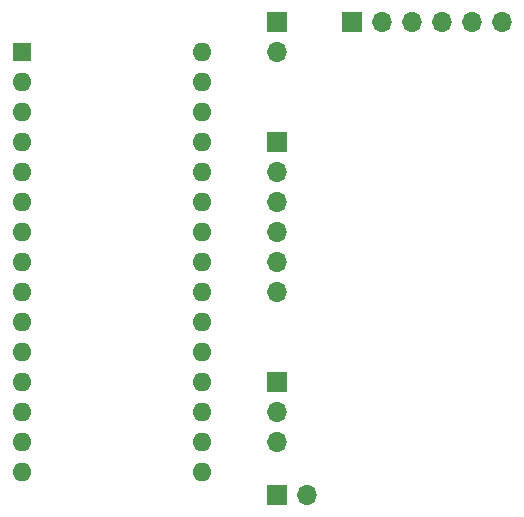
<source format=gts>
G04 #@! TF.GenerationSoftware,KiCad,Pcbnew,(6.0.10)*
G04 #@! TF.CreationDate,2024-05-09T20:32:42+03:00*
G04 #@! TF.ProjectId,iot-robots,696f742d-726f-4626-9f74-732e6b696361,rev?*
G04 #@! TF.SameCoordinates,Original*
G04 #@! TF.FileFunction,Soldermask,Top*
G04 #@! TF.FilePolarity,Negative*
%FSLAX46Y46*%
G04 Gerber Fmt 4.6, Leading zero omitted, Abs format (unit mm)*
G04 Created by KiCad (PCBNEW (6.0.10)) date 2024-05-09 20:32:42*
%MOMM*%
%LPD*%
G01*
G04 APERTURE LIST*
%ADD10R,1.700000X1.700000*%
%ADD11O,1.700000X1.700000*%
%ADD12R,1.600000X1.600000*%
%ADD13O,1.600000X1.600000*%
G04 APERTURE END LIST*
D10*
X120650000Y-114935000D03*
D11*
X123190000Y-114935000D03*
D10*
X120650000Y-105410000D03*
D11*
X120650000Y-107950000D03*
X120650000Y-110490000D03*
D10*
X120650000Y-85090000D03*
D11*
X120650000Y-87630000D03*
X120650000Y-90170000D03*
X120650000Y-92710000D03*
X120650000Y-95250000D03*
X120650000Y-97790000D03*
D10*
X120650000Y-74930000D03*
D11*
X120650000Y-77470000D03*
X139700000Y-74930000D03*
X137160000Y-74930000D03*
X134620000Y-74930000D03*
X132080000Y-74930000D03*
X129540000Y-74930000D03*
D10*
X127000000Y-74930000D03*
D12*
X99050000Y-77470000D03*
D13*
X99050000Y-80010000D03*
X99050000Y-82550000D03*
X99050000Y-85090000D03*
X99050000Y-87630000D03*
X99050000Y-90170000D03*
X99050000Y-92710000D03*
X99050000Y-95250000D03*
X99050000Y-97790000D03*
X99050000Y-100330000D03*
X99050000Y-102870000D03*
X99050000Y-105410000D03*
X99050000Y-107950000D03*
X99050000Y-110490000D03*
X99050000Y-113030000D03*
X114290000Y-113030000D03*
X114290000Y-110490000D03*
X114290000Y-107950000D03*
X114290000Y-105410000D03*
X114290000Y-102870000D03*
X114290000Y-100330000D03*
X114290000Y-97790000D03*
X114290000Y-95250000D03*
X114290000Y-92710000D03*
X114290000Y-90170000D03*
X114290000Y-87630000D03*
X114290000Y-85090000D03*
X114290000Y-82550000D03*
X114290000Y-80010000D03*
X114290000Y-77470000D03*
M02*

</source>
